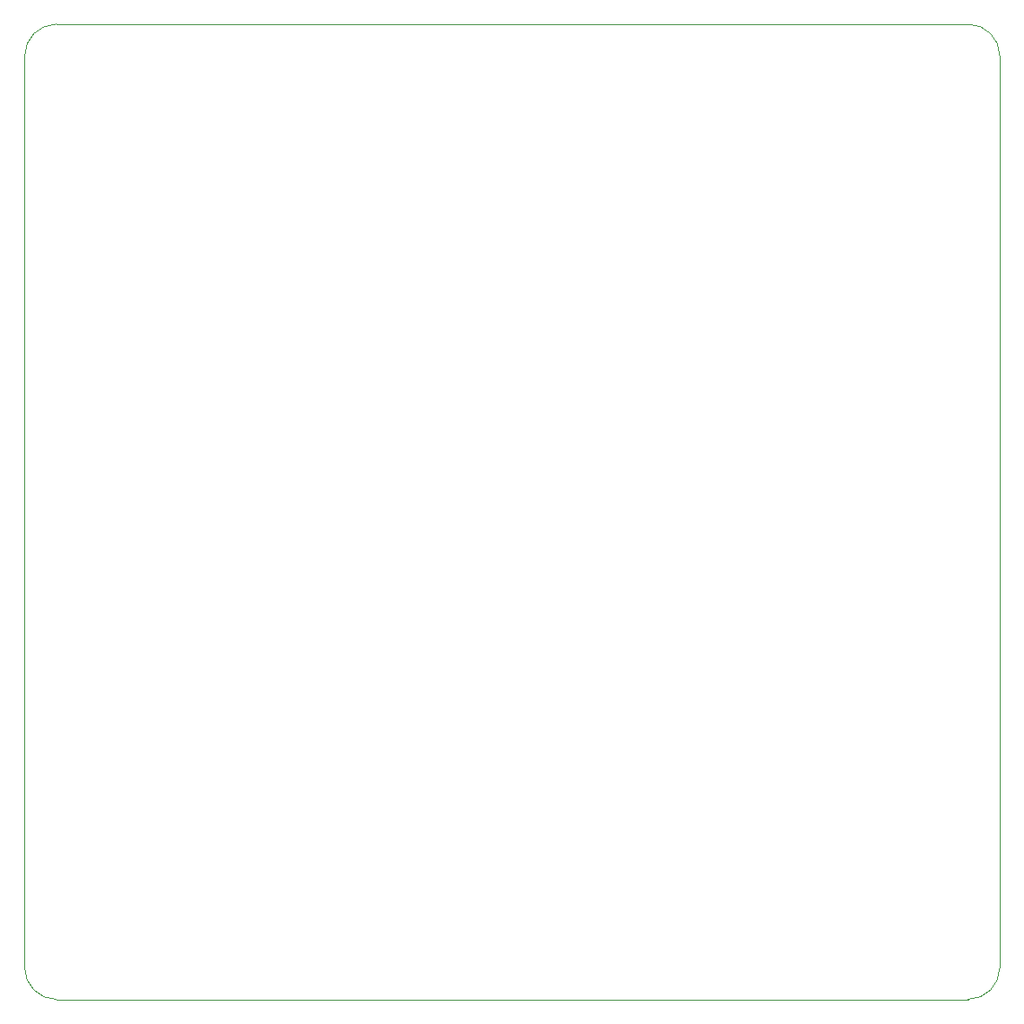
<source format=gbr>
%TF.GenerationSoftware,KiCad,Pcbnew,5.1.6-c6e7f7d~87~ubuntu20.04.1*%
%TF.CreationDate,2020-09-19T08:47:59-07:00*%
%TF.ProjectId,multi-way-usb,6d756c74-692d-4776-9179-2d7573622e6b,rev?*%
%TF.SameCoordinates,Original*%
%TF.FileFunction,Profile,NP*%
%FSLAX46Y46*%
G04 Gerber Fmt 4.6, Leading zero omitted, Abs format (unit mm)*
G04 Created by KiCad (PCBNEW 5.1.6-c6e7f7d~87~ubuntu20.04.1) date 2020-09-19 08:47:59*
%MOMM*%
%LPD*%
G01*
G04 APERTURE LIST*
%TA.AperFunction,Profile*%
%ADD10C,0.050000*%
%TD*%
G04 APERTURE END LIST*
D10*
X-43000000Y46000000D02*
X43000000Y46000000D01*
X46000000Y-43000000D02*
X46000000Y43000000D01*
X-43000000Y-46000000D02*
X43000000Y-46000000D01*
X-46000000Y43000000D02*
X-46000000Y-43000000D01*
X-43000000Y-46000000D02*
G75*
G02*
X-46000000Y-43000000I0J3000000D01*
G01*
X46000000Y-43000000D02*
G75*
G02*
X43000000Y-46000000I-3000000J0D01*
G01*
X43000000Y46000000D02*
G75*
G02*
X46000000Y43000000I0J-3000000D01*
G01*
X-46000000Y43000000D02*
G75*
G02*
X-43000000Y46000000I3000000J0D01*
G01*
M02*

</source>
